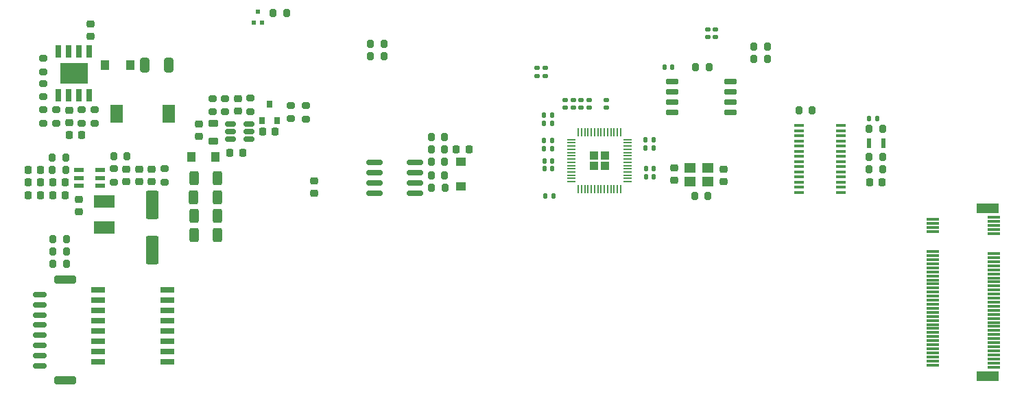
<source format=gbp>
G04 #@! TF.GenerationSoftware,KiCad,Pcbnew,8.0.0-rc1*
G04 #@! TF.CreationDate,2025-03-22T13:15:10+03:00*
G04 #@! TF.ProjectId,Movita_CM4_CT_Router_V1.0,4d6f7669-7461-45f4-934d-345f43545f52,REV1*
G04 #@! TF.SameCoordinates,Original*
G04 #@! TF.FileFunction,Paste,Bot*
G04 #@! TF.FilePolarity,Positive*
%FSLAX46Y46*%
G04 Gerber Fmt 4.6, Leading zero omitted, Abs format (unit mm)*
G04 Created by KiCad (PCBNEW 8.0.0-rc1) date 2025-03-22 13:15:10*
%MOMM*%
%LPD*%
G01*
G04 APERTURE LIST*
G04 Aperture macros list*
%AMRoundRect*
0 Rectangle with rounded corners*
0 $1 Rounding radius*
0 $2 $3 $4 $5 $6 $7 $8 $9 X,Y pos of 4 corners*
0 Add a 4 corners polygon primitive as box body*
4,1,4,$2,$3,$4,$5,$6,$7,$8,$9,$2,$3,0*
0 Add four circle primitives for the rounded corners*
1,1,$1+$1,$2,$3*
1,1,$1+$1,$4,$5*
1,1,$1+$1,$6,$7*
1,1,$1+$1,$8,$9*
0 Add four rect primitives between the rounded corners*
20,1,$1+$1,$2,$3,$4,$5,0*
20,1,$1+$1,$4,$5,$6,$7,0*
20,1,$1+$1,$6,$7,$8,$9,0*
20,1,$1+$1,$8,$9,$2,$3,0*%
G04 Aperture macros list end*
%ADD10R,1.600000X2.200000*%
%ADD11RoundRect,0.250000X-0.550000X1.500000X-0.550000X-1.500000X0.550000X-1.500000X0.550000X1.500000X0*%
%ADD12R,2.500000X1.500000*%
%ADD13R,1.200000X0.600000*%
%ADD14RoundRect,0.250000X-0.312500X-0.625000X0.312500X-0.625000X0.312500X0.625000X-0.312500X0.625000X0*%
%ADD15RoundRect,0.200000X0.200000X0.275000X-0.200000X0.275000X-0.200000X-0.275000X0.200000X-0.275000X0*%
%ADD16RoundRect,0.200000X-0.200000X-0.275000X0.200000X-0.275000X0.200000X0.275000X-0.200000X0.275000X0*%
%ADD17RoundRect,0.200000X0.275000X-0.200000X0.275000X0.200000X-0.275000X0.200000X-0.275000X-0.200000X0*%
%ADD18RoundRect,0.225000X-0.225000X-0.250000X0.225000X-0.250000X0.225000X0.250000X-0.225000X0.250000X0*%
%ADD19RoundRect,0.225000X0.225000X0.250000X-0.225000X0.250000X-0.225000X-0.250000X0.225000X-0.250000X0*%
%ADD20RoundRect,0.225000X-0.250000X0.225000X-0.250000X-0.225000X0.250000X-0.225000X0.250000X0.225000X0*%
%ADD21RoundRect,0.225000X0.250000X-0.225000X0.250000X0.225000X-0.250000X0.225000X-0.250000X-0.225000X0*%
%ADD22RoundRect,0.140000X0.170000X-0.140000X0.170000X0.140000X-0.170000X0.140000X-0.170000X-0.140000X0*%
%ADD23RoundRect,0.140000X0.140000X0.170000X-0.140000X0.170000X-0.140000X-0.170000X0.140000X-0.170000X0*%
%ADD24RoundRect,0.135000X-0.185000X0.135000X-0.185000X-0.135000X0.185000X-0.135000X0.185000X0.135000X0*%
%ADD25RoundRect,0.250000X0.325000X0.650000X-0.325000X0.650000X-0.325000X-0.650000X0.325000X-0.650000X0*%
%ADD26RoundRect,0.140000X-0.140000X-0.170000X0.140000X-0.170000X0.140000X0.170000X-0.140000X0.170000X0*%
%ADD27R,1.670000X0.760000*%
%ADD28RoundRect,0.135000X0.135000X0.185000X-0.135000X0.185000X-0.135000X-0.185000X0.135000X-0.185000X0*%
%ADD29R,1.300000X1.000000*%
%ADD30RoundRect,0.200000X-0.275000X0.200000X-0.275000X-0.200000X0.275000X-0.200000X0.275000X0.200000X0*%
%ADD31RoundRect,0.150000X-0.700000X0.150000X-0.700000X-0.150000X0.700000X-0.150000X0.700000X0.150000X0*%
%ADD32RoundRect,0.250000X-1.100000X0.250000X-1.100000X-0.250000X1.100000X-0.250000X1.100000X0.250000X0*%
%ADD33R,0.800000X0.900000*%
%ADD34R,1.550000X0.300000*%
%ADD35R,2.750000X1.200000*%
%ADD36RoundRect,0.150000X-0.512500X-0.150000X0.512500X-0.150000X0.512500X0.150000X-0.512500X0.150000X0*%
%ADD37RoundRect,0.250000X0.292217X0.292217X-0.292217X0.292217X-0.292217X-0.292217X0.292217X-0.292217X0*%
%ADD38RoundRect,0.050000X0.425000X0.050000X-0.425000X0.050000X-0.425000X-0.050000X0.425000X-0.050000X0*%
%ADD39RoundRect,0.050000X0.050000X0.425000X-0.050000X0.425000X-0.050000X-0.425000X0.050000X-0.425000X0*%
%ADD40R,1.400000X1.200000*%
%ADD41RoundRect,0.135000X-0.135000X-0.185000X0.135000X-0.185000X0.135000X0.185000X-0.135000X0.185000X0*%
%ADD42R,1.200000X0.400000*%
%ADD43R,0.500000X0.600000*%
%ADD44R,1.000000X1.300000*%
%ADD45R,0.700000X1.525000*%
%ADD46R,3.450000X2.560000*%
%ADD47RoundRect,0.140000X-0.170000X0.140000X-0.170000X-0.140000X0.170000X-0.140000X0.170000X0.140000X0*%
%ADD48RoundRect,0.218750X-0.381250X0.218750X-0.381250X-0.218750X0.381250X-0.218750X0.381250X0.218750X0*%
%ADD49R,0.600000X1.250000*%
%ADD50RoundRect,0.150000X-0.825000X-0.150000X0.825000X-0.150000X0.825000X0.150000X-0.825000X0.150000X0*%
%ADD51R,1.120000X1.220000*%
%ADD52RoundRect,0.150000X0.650000X0.150000X-0.650000X0.150000X-0.650000X-0.150000X0.650000X-0.150000X0*%
G04 APERTURE END LIST*
D10*
X123123767Y-98294190D03*
X129523767Y-98294190D03*
D11*
X127532030Y-109502454D03*
X127532030Y-115102454D03*
D12*
X121587030Y-109092454D03*
X121587030Y-112342454D03*
D13*
X121052030Y-107162454D03*
X121052030Y-106212454D03*
X121052030Y-105262454D03*
X118452030Y-105262454D03*
X118452030Y-106212454D03*
X118452030Y-107162454D03*
D14*
X132637030Y-106272454D03*
X135562030Y-106272454D03*
X132637030Y-113242454D03*
X135562030Y-113242454D03*
X132637030Y-110922454D03*
X135562030Y-110922454D03*
X132627030Y-108582454D03*
X135552030Y-108582454D03*
D15*
X116827030Y-103662454D03*
X115177030Y-103662454D03*
D16*
X115177030Y-105232454D03*
X116827030Y-105232454D03*
D17*
X128997030Y-106717454D03*
X128997030Y-105067454D03*
X122752030Y-105062454D03*
X122752030Y-106712454D03*
D15*
X122747030Y-103502454D03*
X124397030Y-103502454D03*
D18*
X113727030Y-108312454D03*
X112177030Y-108312454D03*
D19*
X116797030Y-108332454D03*
X115247030Y-108332454D03*
D18*
X112177030Y-106762454D03*
X113727030Y-106762454D03*
X112177030Y-105182454D03*
X113727030Y-105182454D03*
D19*
X116797030Y-106762454D03*
X115247030Y-106762454D03*
D20*
X118452030Y-108827454D03*
X118452030Y-110377454D03*
X124322030Y-106662454D03*
X124322030Y-105112454D03*
X127412030Y-106672454D03*
X127412030Y-105122454D03*
X125862030Y-106672454D03*
X125862030Y-105122454D03*
D21*
X198023767Y-106669190D03*
X198023767Y-105119190D03*
D18*
X137118767Y-103076690D03*
X138668767Y-103076690D03*
D22*
X181473767Y-97534190D03*
X181473767Y-96574190D03*
D23*
X176861267Y-105076690D03*
X175901267Y-105076690D03*
D17*
X115678767Y-99461190D03*
X115678767Y-97811190D03*
D15*
X203433767Y-89994190D03*
X201783767Y-89994190D03*
D16*
X115238767Y-115274190D03*
X116888767Y-115274190D03*
D22*
X183543767Y-97534190D03*
X183543767Y-96574190D03*
D24*
X175032030Y-92582454D03*
X175032030Y-93602454D03*
D15*
X163583767Y-104244190D03*
X161933767Y-104244190D03*
D16*
X115238767Y-116784190D03*
X116888767Y-116784190D03*
X115238767Y-113734190D03*
X116888767Y-113734190D03*
D21*
X117248767Y-99401190D03*
X117248767Y-97851190D03*
D25*
X129557030Y-92232454D03*
X126607030Y-92232454D03*
D20*
X191933767Y-104979190D03*
X191933767Y-106529190D03*
D19*
X142688767Y-100494190D03*
X141138767Y-100494190D03*
D16*
X161933767Y-101144190D03*
X163583767Y-101144190D03*
D26*
X188423767Y-101484190D03*
X189383767Y-101484190D03*
D27*
X129332030Y-120002454D03*
X129332030Y-121272454D03*
X129332030Y-122542454D03*
X129332030Y-123812454D03*
X129332030Y-125082454D03*
X129332030Y-126352454D03*
X129332030Y-127622454D03*
X129332030Y-128892454D03*
X120802030Y-128892454D03*
X120802030Y-127622454D03*
X120802030Y-126352454D03*
X120802030Y-125082454D03*
X120802030Y-123812454D03*
X120802030Y-122542454D03*
X120802030Y-121272454D03*
X120802030Y-120002454D03*
D18*
X117247030Y-100932454D03*
X118797030Y-100932454D03*
D17*
X118808767Y-99441190D03*
X118808767Y-97791190D03*
D20*
X119882030Y-87157454D03*
X119882030Y-88707454D03*
D22*
X180463767Y-97524190D03*
X180463767Y-96564190D03*
D28*
X176849530Y-101564954D03*
X175829530Y-101564954D03*
D16*
X154448767Y-91134190D03*
X156098767Y-91134190D03*
D29*
X165603767Y-107224190D03*
X165603767Y-104224190D03*
D15*
X203433767Y-91534190D03*
X201783767Y-91534190D03*
D30*
X139603767Y-96371690D03*
X139603767Y-98021690D03*
D31*
X113592030Y-120647454D03*
X113592030Y-121897454D03*
X113592030Y-123147454D03*
X113592030Y-124397454D03*
X113592030Y-125647454D03*
X113592030Y-126897454D03*
X113592030Y-128147454D03*
X113592030Y-129397454D03*
D32*
X116792030Y-131247454D03*
X116792030Y-118797454D03*
D26*
X188413767Y-102494190D03*
X189373767Y-102494190D03*
D23*
X191703767Y-92494190D03*
X190743767Y-92494190D03*
X176871267Y-104086690D03*
X175911267Y-104086690D03*
D15*
X163623767Y-107434190D03*
X161973767Y-107434190D03*
D30*
X114078767Y-97811190D03*
X114078767Y-99461190D03*
X114042030Y-91427454D03*
X114042030Y-93077454D03*
D33*
X142953767Y-99099190D03*
X141053767Y-99099190D03*
X142003767Y-97099190D03*
D26*
X188462030Y-106082454D03*
X189422030Y-106082454D03*
D34*
X231383767Y-129564190D03*
X223833767Y-129314190D03*
X231383767Y-129064190D03*
X223833767Y-128814190D03*
X231383767Y-128564190D03*
X223833767Y-128314190D03*
X231383767Y-128064190D03*
X223833767Y-127814190D03*
X231383767Y-127564190D03*
X223833767Y-127314190D03*
X231383767Y-127064190D03*
X223833767Y-126814190D03*
X231383767Y-126564190D03*
X223833767Y-126314190D03*
X231383767Y-126064190D03*
X223833767Y-125814190D03*
X231383767Y-125564190D03*
X223833767Y-125314190D03*
X231383767Y-125064190D03*
X223833767Y-124814190D03*
X231383767Y-124564190D03*
X223833767Y-124314190D03*
X231383767Y-124064190D03*
X223833767Y-123814190D03*
X231383767Y-123564190D03*
X223833767Y-123314190D03*
X231383767Y-123064190D03*
X223833767Y-122814190D03*
X231383767Y-122564190D03*
X223833767Y-122314190D03*
X231383767Y-122064190D03*
X223833767Y-121814190D03*
X231383767Y-121564190D03*
X223833767Y-121314190D03*
X231383767Y-121064190D03*
X223833767Y-120814190D03*
X231383767Y-120564190D03*
X223833767Y-120314190D03*
X231383767Y-120064190D03*
X223833767Y-119814190D03*
X231383767Y-119564190D03*
X223833767Y-119314190D03*
X231383767Y-119064190D03*
X223833767Y-118814190D03*
X231383767Y-118564190D03*
X223833767Y-118314190D03*
X231383767Y-118064190D03*
X223833767Y-117814190D03*
X231383767Y-117564190D03*
X223833767Y-117314190D03*
X231383767Y-117064190D03*
X223833767Y-116814190D03*
X231383767Y-116564190D03*
X223833767Y-116314190D03*
X231383767Y-116064190D03*
X223833767Y-115814190D03*
X231383767Y-115564190D03*
X223833767Y-115314190D03*
X231383767Y-113064190D03*
X223833767Y-112814190D03*
X231383767Y-112564190D03*
X223833767Y-112314190D03*
X231383767Y-112064190D03*
X223833767Y-111814190D03*
X231383767Y-111564190D03*
X223833767Y-111314190D03*
X231383767Y-111064190D03*
D35*
X230608767Y-130664190D03*
X230608767Y-109964190D03*
D16*
X216023767Y-105154190D03*
X217673767Y-105154190D03*
X142448767Y-85854190D03*
X144098767Y-85854190D03*
D36*
X137136267Y-101436690D03*
X137136267Y-100486690D03*
X137136267Y-99536690D03*
X139411267Y-99536690D03*
X139411267Y-100486690D03*
X139411267Y-101436690D03*
D17*
X134933767Y-98031690D03*
X134933767Y-96381690D03*
D28*
X177063767Y-108454190D03*
X176043767Y-108454190D03*
D16*
X194593767Y-92519190D03*
X196243767Y-92519190D03*
D30*
X146503767Y-97269190D03*
X146503767Y-98919190D03*
D37*
X183351267Y-104714190D03*
X183351267Y-103439190D03*
X182076267Y-104714190D03*
X182076267Y-103439190D03*
D38*
X186188267Y-101476690D03*
X186188267Y-101876690D03*
X186188267Y-102276690D03*
X186188267Y-102676690D03*
X186188267Y-103076690D03*
X186188267Y-103476690D03*
X186188267Y-103876690D03*
X186188267Y-104276690D03*
X186188267Y-104676690D03*
X186188267Y-105076690D03*
X186188267Y-105476690D03*
X186188267Y-105876690D03*
X186188267Y-106276690D03*
X186188267Y-106676690D03*
D39*
X185313767Y-107551190D03*
X184913767Y-107551190D03*
X184513767Y-107551190D03*
X184113767Y-107551190D03*
X183713767Y-107551190D03*
X183313767Y-107551190D03*
X182913767Y-107551190D03*
X182513767Y-107551190D03*
X182113767Y-107551190D03*
X181713767Y-107551190D03*
X181313767Y-107551190D03*
X180913767Y-107551190D03*
X180513767Y-107551190D03*
X180113767Y-107551190D03*
D38*
X179239267Y-106676690D03*
X179239267Y-106276690D03*
X179239267Y-105876690D03*
X179239267Y-105476690D03*
X179239267Y-105076690D03*
X179239267Y-104676690D03*
X179239267Y-104276690D03*
X179239267Y-103876690D03*
X179239267Y-103476690D03*
X179239267Y-103076690D03*
X179239267Y-102676690D03*
X179239267Y-102276690D03*
X179239267Y-101876690D03*
X179239267Y-101476690D03*
D39*
X180113767Y-100602190D03*
X180513767Y-100602190D03*
X180913767Y-100602190D03*
X181313767Y-100602190D03*
X181713767Y-100602190D03*
X182113767Y-100602190D03*
X182513767Y-100602190D03*
X182913767Y-100602190D03*
X183313767Y-100602190D03*
X183713767Y-100602190D03*
X184113767Y-100602190D03*
X184513767Y-100602190D03*
X184913767Y-100602190D03*
X185313767Y-100602190D03*
D20*
X138053767Y-96431690D03*
X138053767Y-97981690D03*
D15*
X163583767Y-102674190D03*
X161933767Y-102674190D03*
D18*
X216073767Y-106704190D03*
X217623767Y-106704190D03*
D30*
X144613767Y-97259190D03*
X144613767Y-98909190D03*
D40*
X196123767Y-106664190D03*
X193923767Y-106664190D03*
X193923767Y-104964190D03*
X196123767Y-104964190D03*
D30*
X120358767Y-97791190D03*
X120358767Y-99441190D03*
D15*
X217663767Y-103614190D03*
X216013767Y-103614190D03*
D41*
X175822030Y-102602454D03*
X176842030Y-102602454D03*
D17*
X114028767Y-96186190D03*
X114028767Y-94536190D03*
D16*
X194458767Y-108464190D03*
X196108767Y-108464190D03*
X154448767Y-89604190D03*
X156098767Y-89604190D03*
X161953767Y-105864190D03*
X163603767Y-105864190D03*
D42*
X207333767Y-108009190D03*
X207333767Y-107374190D03*
X207333767Y-106739190D03*
X207333767Y-106104190D03*
X207333767Y-105469190D03*
X207333767Y-104834190D03*
X207333767Y-104199190D03*
X207333767Y-103564190D03*
X207333767Y-102929190D03*
X207333767Y-102294190D03*
X207333767Y-101659190D03*
X207333767Y-101024190D03*
X207333767Y-100389190D03*
X207333767Y-99754190D03*
X212533767Y-99754190D03*
X212533767Y-100389190D03*
X212533767Y-101024190D03*
X212533767Y-101659190D03*
X212533767Y-102294190D03*
X212533767Y-102929190D03*
X212533767Y-103564190D03*
X212533767Y-104199190D03*
X212533767Y-104834190D03*
X212533767Y-105469190D03*
X212533767Y-106104190D03*
X212533767Y-106739190D03*
X212533767Y-107374190D03*
X212533767Y-108009190D03*
D16*
X207338767Y-97814190D03*
X208988767Y-97814190D03*
D43*
X141033767Y-86984190D03*
X140033767Y-86984190D03*
X140533767Y-85684190D03*
D22*
X176052030Y-93602454D03*
X176052030Y-92642454D03*
D44*
X132318767Y-103644190D03*
X135318767Y-103644190D03*
D41*
X175893767Y-99494190D03*
X176913767Y-99494190D03*
D45*
X119748767Y-95966190D03*
X118478767Y-95966190D03*
X117208767Y-95966190D03*
X115938767Y-95966190D03*
X115938767Y-90542190D03*
X117208767Y-90542190D03*
X118478767Y-90542190D03*
X119748767Y-90542190D03*
D46*
X117843767Y-93254190D03*
D47*
X196062030Y-87842454D03*
X196062030Y-88802454D03*
D48*
X135023767Y-99504190D03*
X135023767Y-101629190D03*
D21*
X133283767Y-101079190D03*
X133283767Y-99529190D03*
D47*
X197062030Y-87842454D03*
X197062030Y-88802454D03*
D49*
X217768767Y-101904190D03*
X215968767Y-101904190D03*
D17*
X136473767Y-98041690D03*
X136473767Y-96391690D03*
D22*
X178473767Y-97514190D03*
X178473767Y-96554190D03*
D15*
X217668767Y-100144190D03*
X216018767Y-100144190D03*
D50*
X154968767Y-108079190D03*
X154968767Y-106809190D03*
X154968767Y-105539190D03*
X154968767Y-104269190D03*
X159918767Y-104269190D03*
X159918767Y-105539190D03*
X159918767Y-106809190D03*
X159918767Y-108079190D03*
D26*
X188443767Y-105074190D03*
X189403767Y-105074190D03*
D51*
X121662030Y-92232454D03*
X124762030Y-92232454D03*
D52*
X198893767Y-94324190D03*
X198893767Y-95594190D03*
X198893767Y-96864190D03*
X198893767Y-98134190D03*
X191693767Y-98134190D03*
X191693767Y-96864190D03*
X191693767Y-95594190D03*
X191693767Y-94324190D03*
D18*
X165043767Y-102654190D03*
X166593767Y-102654190D03*
D21*
X147523767Y-108109190D03*
X147523767Y-106559190D03*
D22*
X179463767Y-97534190D03*
X179463767Y-96574190D03*
D28*
X176911267Y-98476690D03*
X175891267Y-98476690D03*
D23*
X216973767Y-98904190D03*
X216013767Y-98904190D03*
M02*

</source>
